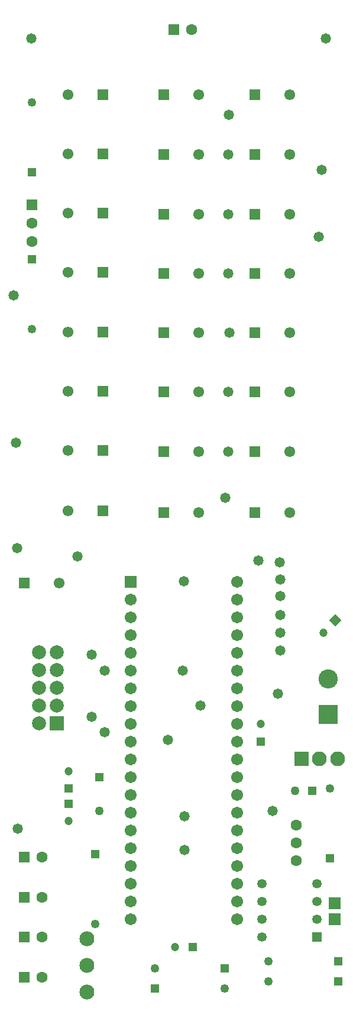
<source format=gbs>
G04*
G04 #@! TF.GenerationSoftware,Altium Limited,Altium Designer,24.7.2 (38)*
G04*
G04 Layer_Color=16711935*
%FSLAX25Y25*%
%MOIN*%
G70*
G04*
G04 #@! TF.SameCoordinates,CC8A6A43-B504-4C59-8E3F-8C83A17D3AF1*
G04*
G04*
G04 #@! TF.FilePolarity,Negative*
G04*
G01*
G75*
%ADD18R,0.06706X0.06706*%
%ADD19C,0.06706*%
%ADD20R,0.04724X0.04724*%
%ADD21C,0.04724*%
%ADD22C,0.04921*%
%ADD23R,0.04921X0.04921*%
%ADD24R,0.05315X0.05315*%
%ADD25C,0.05315*%
%ADD26C,0.06102*%
%ADD27R,0.06102X0.06102*%
%ADD28C,0.08400*%
%ADD29P,0.06681X4X270.0*%
%ADD30C,0.06299*%
%ADD31R,0.06299X0.06299*%
%ADD32R,0.06312X0.06312*%
%ADD33C,0.06312*%
%ADD34R,0.04921X0.04921*%
%ADD35C,0.07887*%
%ADD36R,0.07887X0.07887*%
%ADD37C,0.08320*%
%ADD38R,0.08320X0.08320*%
%ADD39C,0.10800*%
%ADD40R,0.10800X0.10800*%
%ADD41R,0.04724X0.04724*%
%ADD42R,0.05000X0.05000*%
%ADD43C,0.05000*%
%ADD44R,0.05000X0.05000*%
%ADD45C,0.05800*%
%ADD60R,0.06800X0.06800*%
D18*
X73500Y238000D02*
D03*
D19*
Y228000D02*
D03*
Y218000D02*
D03*
Y208000D02*
D03*
Y198000D02*
D03*
Y188000D02*
D03*
Y178000D02*
D03*
Y168000D02*
D03*
Y158000D02*
D03*
Y148000D02*
D03*
Y138000D02*
D03*
Y128000D02*
D03*
Y118000D02*
D03*
Y108000D02*
D03*
Y98000D02*
D03*
Y88000D02*
D03*
Y78000D02*
D03*
Y68000D02*
D03*
Y58000D02*
D03*
Y48000D02*
D03*
X133500Y238000D02*
D03*
Y228000D02*
D03*
Y218000D02*
D03*
Y208000D02*
D03*
Y198000D02*
D03*
Y188000D02*
D03*
Y178000D02*
D03*
Y168000D02*
D03*
Y158000D02*
D03*
Y148000D02*
D03*
Y138000D02*
D03*
Y128000D02*
D03*
Y118000D02*
D03*
Y108000D02*
D03*
Y98000D02*
D03*
Y88000D02*
D03*
Y78000D02*
D03*
Y68000D02*
D03*
Y58000D02*
D03*
Y48000D02*
D03*
D20*
X108421Y32500D02*
D03*
D21*
X98579D02*
D03*
X182040Y209540D02*
D03*
X38500Y131555D02*
D03*
X147000Y158000D02*
D03*
X38500Y103279D02*
D03*
D22*
X126685Y9000D02*
D03*
X87315Y20500D02*
D03*
X151315Y24500D02*
D03*
Y13000D02*
D03*
X18000Y380315D02*
D03*
X186000Y121685D02*
D03*
X53500Y45315D02*
D03*
X18000Y508185D02*
D03*
D23*
X87315Y9000D02*
D03*
X126685Y20500D02*
D03*
X190685Y24500D02*
D03*
Y13000D02*
D03*
D24*
X178500Y38000D02*
D03*
D25*
Y48000D02*
D03*
Y58000D02*
D03*
Y68000D02*
D03*
X147500D02*
D03*
Y58000D02*
D03*
Y48000D02*
D03*
Y38000D02*
D03*
D26*
X111986Y277000D02*
D03*
X111986Y311500D02*
D03*
Y344917D02*
D03*
Y378333D02*
D03*
X38315Y345417D02*
D03*
X38315Y479083D02*
D03*
X111986Y445166D02*
D03*
X38315Y412250D02*
D03*
X111986Y478583D02*
D03*
X38315Y445667D02*
D03*
X163079Y378333D02*
D03*
X163079Y445166D02*
D03*
X163079Y512500D02*
D03*
Y478583D02*
D03*
Y411750D02*
D03*
X38315Y512500D02*
D03*
X111986Y411750D02*
D03*
X38315Y312000D02*
D03*
X111986Y512500D02*
D03*
X38315Y378833D02*
D03*
X163079Y311500D02*
D03*
Y344917D02*
D03*
Y277000D02*
D03*
X38315Y278000D02*
D03*
X33342Y237500D02*
D03*
D27*
X92301Y277000D02*
D03*
Y311500D02*
D03*
Y344917D02*
D03*
Y378333D02*
D03*
X58000Y345417D02*
D03*
Y479083D02*
D03*
X92301Y445166D02*
D03*
X58000Y412250D02*
D03*
X92301Y478583D02*
D03*
X58000Y445667D02*
D03*
X143394Y378333D02*
D03*
Y445166D02*
D03*
Y512500D02*
D03*
Y478583D02*
D03*
Y411750D02*
D03*
X58000Y512500D02*
D03*
X92301Y411750D02*
D03*
X58000Y312000D02*
D03*
X92301Y512500D02*
D03*
X58000Y378833D02*
D03*
X143394Y311500D02*
D03*
Y344917D02*
D03*
Y277000D02*
D03*
X58000Y278000D02*
D03*
X13657Y237500D02*
D03*
D28*
X49000Y7000D02*
D03*
Y37000D02*
D03*
Y22000D02*
D03*
D29*
X189000Y216500D02*
D03*
D30*
X23500Y83000D02*
D03*
Y60500D02*
D03*
Y38000D02*
D03*
Y15500D02*
D03*
X108000Y549000D02*
D03*
D31*
X13500Y83000D02*
D03*
Y60500D02*
D03*
Y38000D02*
D03*
Y15500D02*
D03*
X98000Y549000D02*
D03*
D32*
X18000Y450236D02*
D03*
D33*
Y429764D02*
D03*
Y440000D02*
D03*
X167000Y81000D02*
D03*
Y91000D02*
D03*
Y101000D02*
D03*
D34*
X18000Y419685D02*
D03*
X186000Y82315D02*
D03*
X53500Y84685D02*
D03*
X18000Y468815D02*
D03*
D35*
X22000Y198500D02*
D03*
X32000D02*
D03*
X22000Y188500D02*
D03*
X32000D02*
D03*
X22000Y178500D02*
D03*
X32000D02*
D03*
X22000Y168500D02*
D03*
X32000D02*
D03*
X22000Y158500D02*
D03*
D36*
X32000D02*
D03*
D37*
X190039Y138500D02*
D03*
X180000D02*
D03*
D38*
X169960D02*
D03*
D39*
X185000Y183500D02*
D03*
D40*
Y163500D02*
D03*
D41*
X38500Y121713D02*
D03*
X147000Y148158D02*
D03*
X38500Y113121D02*
D03*
D42*
X56000Y128213D02*
D03*
D43*
Y109000D02*
D03*
X166079Y120500D02*
D03*
D44*
X175921D02*
D03*
D45*
X59000Y153500D02*
D03*
X158000Y209500D02*
D03*
X128583Y311500D02*
D03*
X145500Y250000D02*
D03*
X183500Y544000D02*
D03*
X7500Y399500D02*
D03*
X9000Y316500D02*
D03*
X17500Y544000D02*
D03*
X10000Y99000D02*
D03*
X156500Y175000D02*
D03*
X179500Y432500D02*
D03*
X181344Y470042D02*
D03*
X9500Y257000D02*
D03*
X94500Y149000D02*
D03*
X158000Y230000D02*
D03*
X153500Y109000D02*
D03*
X158000Y219500D02*
D03*
Y199500D02*
D03*
X113000Y168500D02*
D03*
X129000Y501000D02*
D03*
X103000Y188000D02*
D03*
X103500Y238500D02*
D03*
X104000Y106000D02*
D03*
X127000Y285500D02*
D03*
X59000Y188000D02*
D03*
X158000Y239500D02*
D03*
X128583Y344917D02*
D03*
X157500Y249000D02*
D03*
X128583Y411750D02*
D03*
Y445166D02*
D03*
Y478583D02*
D03*
X129167Y378333D02*
D03*
X43500Y252500D02*
D03*
X51362Y161921D02*
D03*
X51500Y197000D02*
D03*
X104000Y87000D02*
D03*
D60*
X188500Y57000D02*
D03*
Y48000D02*
D03*
M02*

</source>
